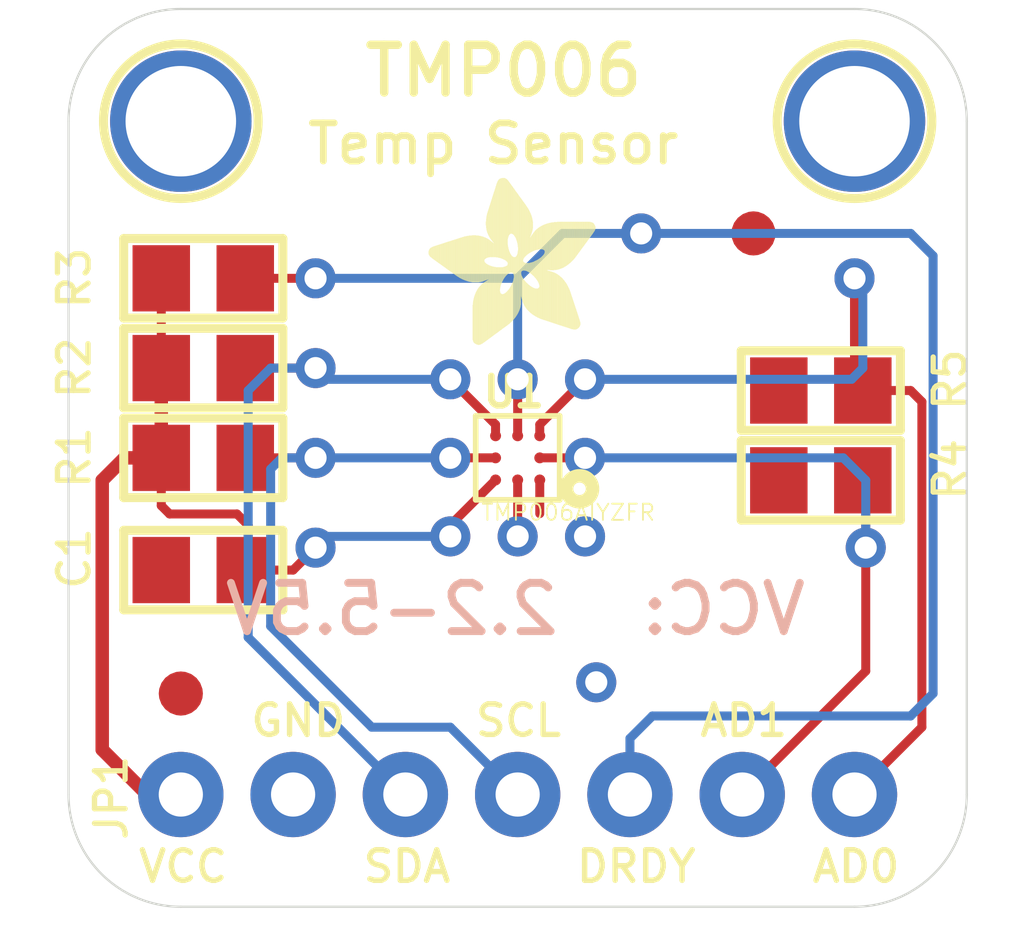
<source format=kicad_pcb>
(kicad_pcb (version 20211014) (generator pcbnew)
  (layers (0 "F.Cu" signal) (31 "B.Cu" signal) (34 "B.Paste" user) (35 "F.Paste" user) (36 "B.SilkS" user "B.Silkscreen") (37 "F.SilkS" user "F.Silkscreen") (38 "B.Mask" user) (39 "F.Mask" user) (44 "Edge.Cuts" user))
  (net 0 "")
  (net 1 "VCC")
  (net 2 "SCL")
  (net 3 "SDA")
  (net 4 "DRDY")
  (net 5 "ADDR0")
  (net 6 "ADDR1")
  (net 7 "GND")
  (footprint "boardEagle:0805" (layer "F.Cu") (at 155.3591 105.5116)
    (fp_text reference "R4" (at 2.921 0.508 90) (layer "F.SilkS") (effects (font (size 0.692831 0.692831) (thickness 0.119969)) (justify left)))
    (fp_text value "10K")
    (pad "1" smd rect (at -0.95 0) (size 1.3 1.5) (layers "F.Cu" "F.Paste" "F.Mask") (net 7 "GND"))
    (pad "2" smd rect (at 0.95 0) (size 1.3 1.5) (layers "F.Cu" "F.Paste" "F.Mask") (net 6 "ADDR1"))
  )
  (footprint "boardEagle:WCSP-8" (layer "F.Cu") (at 148.5011 105.0036)
    (fp_text reference "U1" (at -0.85 -1.1) (layer "F.SilkS") (effects (font (size 0.666496 0.666496) (thickness 0.146304)) (justify left bottom)))
    (fp_text value "TMP006AIYZFR" (at -0.85 1.45) (layer "F.SilkS") (effects (font (size 0.36576 0.36576) (thickness 0.04064)) (justify left bottom)))
    (pad "A1" smd roundrect (at 0.5 0.5) (size 0.25 0.25) (layers "F.Cu" "F.Paste" "F.Mask") (roundrect_rratio 0.5) (net 7 "GND"))
    (pad "A2" smd roundrect (at 0 0.5) (size 0.25 0.25) (layers "F.Cu" "F.Paste" "F.Mask") (roundrect_rratio 0.5) (net 7 "GND"))
    (pad "A3" smd roundrect (at -0.5 0.5) (size 0.25 0.25) (layers "F.Cu" "F.Paste" "F.Mask") (roundrect_rratio 0.5) (net 1 "VCC"))
    (pad "B1" smd roundrect (at 0.5 0) (size 0.25 0.25) (layers "F.Cu" "F.Paste" "F.Mask") (roundrect_rratio 0.5) (net 6 "ADDR1"))
    (pad "B3" smd roundrect (at -0.5 0) (size 0.25 0.25) (layers "F.Cu" "F.Paste" "F.Mask") (roundrect_rratio 0.5) (net 2 "SCL"))
    (pad "C1" smd roundrect (at 0.5 -0.5) (size 0.25 0.25) (layers "F.Cu" "F.Paste" "F.Mask") (roundrect_rratio 0.5) (net 5 "ADDR0"))
    (pad "C2" smd roundrect (at 0 -0.5) (size 0.25 0.25) (layers "F.Cu" "F.Paste" "F.Mask") (roundrect_rratio 0.5) (net 4 "DRDY"))
    (pad "C3" smd roundrect (at -0.5 -0.5) (size 0.25 0.25) (layers "F.Cu" "F.Paste" "F.Mask") (roundrect_rratio 0.5) (net 3 "SDA"))
  )
  (footprint "boardEagle:MOUNTINGHOLE_2.5_PLATED" (layer "F.Cu") (at 156.1211 97.3836)
    (fp_text reference "U$6" hide)
    (fp_text value "MOUNTINGHOLE2.5" hide)
    (pad "P$1" thru_hole circle (at 0 0) (size 3.2 3.2) (drill 2.5) (layers *.Cu *.Mask))
  )
  (footprint "boardEagle:1X07_ROUND_76" (layer "F.Cu") (at 148.5011 112.6236)
    (fp_text reference "JP1" (at -9.1948 1.0922 90) (layer "F.SilkS") (effects (font (size 0.692831 0.692831) (thickness 0.119969)) (justify left)))
    (fp_text value "")
    (pad "1" thru_hole circle (at -7.62 0 90) (size 1.9304 1.9304) (drill 1) (layers *.Cu *.Mask) (net 1 "VCC"))
    (pad "2" thru_hole circle (at -5.08 0 90) (size 1.9304 1.9304) (drill 1) (layers *.Cu *.Mask) (net 7 "GND"))
    (pad "3" thru_hole circle (at -2.54 0 90) (size 1.9304 1.9304) (drill 1) (layers *.Cu *.Mask) (net 3 "SDA"))
    (pad "4" thru_hole circle (at 0 0 90) (size 1.9304 1.9304) (drill 1) (layers *.Cu *.Mask) (net 2 "SCL"))
    (pad "5" thru_hole circle (at 2.54 0 90) (size 1.9304 1.9304) (drill 1) (layers *.Cu *.Mask) (net 4 "DRDY"))
    (pad "6" thru_hole circle (at 5.08 0 90) (size 1.9304 1.9304) (drill 1) (layers *.Cu *.Mask) (net 6 "ADDR1"))
    (pad "7" thru_hole circle (at 7.62 0 90) (size 1.9304 1.9304) (drill 1) (layers *.Cu *.Mask) (net 5 "ADDR0"))
  )
  (footprint "boardEagle:0805" (layer "F.Cu") (at 155.3591 103.4796)
    (fp_text reference "R5" (at 2.921 0.508 90) (layer "F.SilkS") (effects (font (size 0.692831 0.692831) (thickness 0.119969)) (justify left)))
    (fp_text value "10K")
    (pad "1" smd rect (at -0.95 0) (size 1.3 1.5) (layers "F.Cu" "F.Paste" "F.Mask") (net 7 "GND"))
    (pad "2" smd rect (at 0.95 0) (size 1.3 1.5) (layers "F.Cu" "F.Paste" "F.Mask") (net 5 "ADDR0"))
  )
  (footprint "boardEagle:0805" (layer "F.Cu") (at 141.3891 102.9716 180)
    (fp_text reference "R2" (at 2.921 0.762 90) (layer "F.SilkS") (effects (font (size 0.692831 0.692831) (thickness 0.119969)) (justify right)))
    (fp_text value "10K")
    (pad "1" smd rect (at -0.95 0 180) (size 1.3 1.5) (layers "F.Cu" "F.Paste" "F.Mask") (net 3 "SDA"))
    (pad "2" smd rect (at 0.95 0 180) (size 1.3 1.5) (layers "F.Cu" "F.Paste" "F.Mask") (net 1 "VCC"))
  )
  (footprint "boardEagle:0805" (layer "F.Cu") (at 141.3891 107.5436 180)
    (fp_text reference "C1" (at 2.921 1.016 90) (layer "F.SilkS") (effects (font (size 0.692831 0.692831) (thickness 0.119969)) (justify right)))
    (fp_text value "10uF")
    (pad "1" smd rect (at -0.95 0 180) (size 1.3 1.5) (layers "F.Cu" "F.Paste" "F.Mask") (net 1 "VCC"))
    (pad "2" smd rect (at 0.95 0 180) (size 1.3 1.5) (layers "F.Cu" "F.Paste" "F.Mask") (net 7 "GND"))
  )
  (footprint "boardEagle:0805" (layer "F.Cu") (at 141.3891 100.9396 180)
    (fp_text reference "R3" (at 2.921 0.762 90) (layer "F.SilkS") (effects (font (size 0.692831 0.692831) (thickness 0.119969)) (justify right)))
    (fp_text value "10K")
    (pad "1" smd rect (at -0.95 0 180) (size 1.3 1.5) (layers "F.Cu" "F.Paste" "F.Mask") (net 4 "DRDY"))
    (pad "2" smd rect (at 0.95 0 180) (size 1.3 1.5) (layers "F.Cu" "F.Paste" "F.Mask") (net 1 "VCC"))
  )
  (footprint "boardEagle:FIDUCIAL_1MM" (layer "F.Cu") (at 140.8811 110.3376)
    (fp_text reference "FID1" hide)
    (fp_text value "FIDUCIAL\"\"" hide)
    (pad "1" smd roundrect (at 0 0) (size 1 1) (layers "F.Cu") (roundrect_rratio 0.5))
  )
  (footprint "boardEagle:ADAFRUIT_3.5MM" (layer "F.Cu") (at 150.2791 102.4636 90)
    (fp_text reference "U$9" hide)
    (fp_text value "" hide)
  )
  (footprint "boardEagle:MOUNTINGHOLE_2.5_PLATED" (layer "F.Cu") (at 140.8811 97.3836)
    (fp_text reference "U$7" hide)
    (fp_text value "MOUNTINGHOLE2.5" hide)
    (pad "P$1" thru_hole circle (at 0 0) (size 3.2 3.2) (drill 2.5) (layers *.Cu *.Mask))
  )
  (footprint "boardEagle:FIDUCIAL_1MM" (layer "F.Cu") (at 153.8351 99.9236)
    (fp_text reference "FID2" hide)
    (fp_text value "FIDUCIAL\"\"" hide)
    (pad "1" smd roundrect (at 0 0) (size 1 1) (layers "F.Cu") (roundrect_rratio 0.5))
  )
  (footprint "boardEagle:0805" (layer "F.Cu") (at 141.3891 105.0036 180)
    (fp_text reference "R1" (at 2.921 0.762 90) (layer "F.SilkS") (effects (font (size 0.692831 0.692831) (thickness 0.119969)) (justify right)))
    (fp_text value "10K")
    (pad "1" smd rect (at -0.95 0 180) (size 1.3 1.5) (layers "F.Cu" "F.Paste" "F.Mask") (net 2 "SCL"))
    (pad "2" smd rect (at 0.95 0 180) (size 1.3 1.5) (layers "F.Cu" "F.Paste" "F.Mask") (net 1 "VCC"))
  )
  (gr_line (start 140.8811 94.8436) (end 156.1211 94.8436) (layer "Edge.Cuts") (width 0.05))
  (gr_line (start 156.1211 115.1636) (end 140.8811 115.1636) (layer "Edge.Cuts") (width 0.05))
  (gr_arc (start 158.6611 112.6236) (mid 157.917151 114.419651) (end 156.1211 115.1636) (layer "Edge.Cuts") (width 0.05))
  (gr_arc (start 156.1211 94.8436) (mid 157.917151 95.587549) (end 158.6611 97.3836) (layer "Edge.Cuts") (width 0.05))
  (gr_arc (start 138.3411 97.3836) (mid 139.085049 95.587549) (end 140.8811 94.8436) (layer "Edge.Cuts") (width 0.05))
  (gr_line (start 158.6611 97.3836) (end 158.6611 112.6236) (layer "Edge.Cuts") (width 0.05))
  (gr_arc (start 140.8811 115.1636) (mid 139.085049 114.419651) (end 138.3411 112.6236) (layer "Edge.Cuts") (width 0.05))
  (gr_line (start 138.3411 112.6236) (end 138.3411 97.3836) (layer "Edge.Cuts") (width 0.05))
  (gr_text "VCC:" (at 155.1051 109.0676) (layer "B.SilkS") (effects (font (size 1.0922 1.0922) (thickness 0.1778)) (justify left bottom mirror)))
  (gr_text "2.2-5.5V" (at 149.5171 109.0676) (layer "B.SilkS") (effects (font (size 1.0922 1.0922) (thickness 0.1778)) (justify left bottom mirror)))
  (gr_text "VCC" (at 139.8651 114.6556) (layer "F.SilkS") (effects (font (size 0.69088 0.69088) (thickness 0.12192)) (justify left bottom)))
  (gr_text "AD0" (at 155.1051 114.6556) (layer "F.SilkS") (effects (font (size 0.69088 0.69088) (thickness 0.12192)) (justify left bottom)))
  (gr_text "GND" (at 142.4051 111.3536) (layer "F.SilkS") (effects (font (size 0.69088 0.69088) (thickness 0.12192)) (justify left bottom)))
  (gr_text "DRDY" (at 149.7711 114.6556) (layer "F.SilkS") (effects (font (size 0.69088 0.69088) (thickness 0.12192)) (justify left bottom)))
  (gr_text "Temp Sensor" (at 143.6751 98.3996) (layer "F.SilkS") (effects (font (size 0.8636 0.8636) (thickness 0.1524)) (justify left bottom)))
  (gr_text "SDA" (at 144.9451 114.6556) (layer "F.SilkS") (effects (font (size 0.69088 0.69088) (thickness 0.12192)) (justify left bottom)))
  (gr_text "AD1" (at 152.5651 111.3536) (layer "F.SilkS") (effects (font (size 0.69088 0.69088) (thickness 0.12192)) (justify left bottom)))
  (gr_text "SCL" (at 147.4851 111.3536) (layer "F.SilkS") (effects (font (size 0.69088 0.69088) (thickness 0.12192)) (justify left bottom)))
  (gr_text "TMP006" (at 144.9451 96.8756) (layer "F.SilkS") (effects (font (size 1.0795 1.0795) (thickness 0.1905)) (justify left bottom)))
  (segment (start 142.3391 107.5436) (end 143.4211 107.5436) (width 0.2032) (layer "F.Cu") (net 1))
  (segment (start 148.0011 105.5036) (end 146.9771 106.5276) (width 0.2032) (layer "F.Cu") (net 1))
  (segment (start 139.6111 105.0036) (end 140.4391 105.0036) (width 0.3048) (layer "F.Cu") (net 1))
  (segment (start 140.1191 112.6236) (end 139.1031 111.6076) (width 0.3048) (layer "F.Cu") (net 1))
  (segment (start 140.4391 102.9716) (end 140.4391 105.0036) (width 0.3048) (layer "F.Cu") (net 1))
  (segment (start 139.1031 105.5116) (end 139.6111 105.0036) (width 0.3048) (layer "F.Cu") (net 1))
  (segment (start 142.4051 107.4776) (end 142.3391 107.5436) (width 0.2032) (layer "F.Cu") (net 1))
  (segment (start 142.1511 106.2736) (end 142.4051 106.5276) (width 0.2032) (layer "F.Cu") (net 1))
  (segment (start 140.4391 106.0856) (end 140.6271 106.2736) (width 0.2032) (layer "F.Cu") (net 1))
  (segment (start 140.4391 100.9396) (end 140.4391 102.9716) (width 0.2032) (layer "F.Cu") (net 1))
  (segment (start 146.9771 106.5276) (end 146.9771 106.7816) (width 0.2032) (layer "F.Cu") (net 1))
  (segment (start 140.4391 105.0036) (end 140.4391 106.0856) (width 0.2032) (layer "F.Cu") (net 1))
  (segment (start 139.1031 111.6076) (end 139.1031 105.5116) (width 0.3048) (layer "F.Cu") (net 1))
  (segment (start 140.6271 106.2736) (end 142.1511 106.2736) (width 0.2032) (layer "F.Cu") (net 1))
  (segment (start 143.4211 107.5436) (end 143.9291 107.0356) (width 0.2032) (layer "F.Cu") (net 1))
  (segment (start 142.4051 106.5276) (end 142.4051 107.4776) (width 0.2032) (layer "F.Cu") (net 1))
  (segment (start 140.1191 112.6236) (end 140.8811 112.6236) (width 0.3048) (layer "F.Cu") (net 1))
  (via (at 143.9291 107.0356) (size 0.9064) (drill 0.5) (layers "F.Cu" "B.Cu") (net 1))
  (via (at 146.9771 106.7816) (size 0.9064) (drill 0.5) (layers "F.Cu" "B.Cu") (net 1))
  (segment (start 146.9771 106.7816) (end 144.1831 106.7816) (width 0.2032) (layer "B.Cu") (net 1))
  (segment (start 144.1831 106.7816) (end 143.9291 107.0356) (width 0.2032) (layer "B.Cu") (net 1))
  (segment (start 142.3391 105.0036) (end 143.9291 105.0036) (width 0.2032) (layer "F.Cu") (net 2))
  (segment (start 148.0011 105.0036) (end 146.9771 105.0036) (width 0.2032) (layer "F.Cu") (net 2))
  (via (at 146.9771 105.0036) (size 0.9064) (drill 0.5) (layers "F.Cu" "B.Cu") (net 2))
  (via (at 143.9291 105.0036) (size 0.9064) (drill 0.5) (layers "F.Cu" "B.Cu") (net 2))
  (segment (start 146.9771 105.0036) (end 143.9291 105.0036) (width 0.2032) (layer "B.Cu") (net 2))
  (segment (start 142.9131 105.2576) (end 142.9131 108.8136) (width 0.2032) (layer "B.Cu") (net 2))
  (segment (start 143.9291 105.0036) (end 143.1671 105.0036) (width 0.2032) (layer "B.Cu") (net 2))
  (segment (start 142.9131 108.8136) (end 145.1991 111.0996) (width 0.2032) (layer "B.Cu") (net 2))
  (segment (start 143.1671 105.0036) (end 142.9131 105.2576) (width 0.2032) (layer "B.Cu") (net 2))
  (segment (start 146.9771 111.0996) (end 148.5011 112.6236) (width 0.2032) (layer "B.Cu") (net 2))
  (segment (start 145.1991 111.0996) (end 146.9771 111.0996) (width 0.2032) (layer "B.Cu") (net 2))
  (segment (start 142.3391 102.9716) (end 143.9291 102.9716) (width 0.2032) (layer "F.Cu") (net 3))
  (segment (start 148.0011 104.5036) (end 148.0011 104.2496) (width 0.2032) (layer "F.Cu") (net 3))
  (segment (start 148.0011 104.2496) (end 146.9771 103.2256) (width 0.2032) (layer "F.Cu") (net 3))
  (via (at 146.9771 103.2256) (size 0.9064) (drill 0.5) (layers "F.Cu" "B.Cu") (net 3))
  (via (at 143.9291 102.9716) (size 0.9064) (drill 0.5) (layers "F.Cu" "B.Cu") (net 3))
  (segment (start 146.9771 103.2256) (end 144.1831 103.2256) (width 0.2032) (layer "B.Cu") (net 3))
  (segment (start 142.4051 109.0676) (end 145.9611 112.6236) (width 0.2032) (layer "B.Cu") (net 3))
  (segment (start 143.9291 102.9716) (end 142.9131 102.9716) (width 0.2032) (layer "B.Cu") (net 3))
  (segment (start 144.1831 103.2256) (end 143.9291 102.9716) (width 0.2032) (layer "B.Cu") (net 3))
  (segment (start 142.9131 102.9716) (end 142.4051 103.4796) (width 0.2032) (layer "B.Cu") (net 3))
  (segment (start 142.4051 103.4796) (end 142.4051 109.0676) (width 0.2032) (layer "B.Cu") (net 3))
  (segment (start 142.3391 100.9396) (end 143.9291 100.9396) (width 0.2032) (layer "F.Cu") (net 4))
  (segment (start 148.5011 104.5036) (end 148.5011 103.2256) (width 0.2032) (layer "F.Cu") (net 4))
  (via (at 151.2951 99.9236) (size 0.9064) (drill 0.5) (layers "F.Cu" "B.Cu") (net 4))
  (via (at 148.5011 103.2256) (size 0.9064) (drill 0.5) (layers "F.Cu" "B.Cu") (net 4))
  (via (at 143.9291 100.9396) (size 0.9064) (drill 0.5) (layers "F.Cu" "B.Cu") (net 4))
  (segment (start 148.5011 103.2256) (end 148.5011 100.9396) (width 0.2032) (layer "B.Cu") (net 4))
  (segment (start 157.3911 110.8456) (end 151.5491 110.8456) (width 0.2032) (layer "B.Cu") (net 4))
  (segment (start 157.3911 99.9236) (end 157.8991 100.4316) (width 0.2032) (layer "B.Cu") (net 4))
  (segment (start 148.5011 100.9396) (end 149.5171 99.9236) (width 0.2032) (layer "B.Cu") (net 4))
  (segment (start 157.8991 110.3376) (end 157.3911 110.8456) (width 0.2032) (layer "B.Cu") (net 4))
  (segment (start 151.5491 110.8456) (end 151.0411 111.3536) (width 0.2032) (layer "B.Cu") (net 4))
  (segment (start 143.9291 100.9396) (end 148.5011 100.9396) (width 0.2032) (layer "B.Cu") (net 4))
  (segment (start 151.2951 99.9236) (end 157.3911 99.9236) (width 0.2032) (layer "B.Cu") (net 4))
  (segment (start 149.5171 99.9236) (end 151.2951 99.9236) (width 0.2032) (layer "B.Cu") (net 4))
  (segment (start 157.8991 100.4316) (end 157.8991 110.3376) (width 0.2032) (layer "B.Cu") (net 4))
  (segment (start 151.0411 111.3536) (end 151.0411 112.6236) (width 0.2032) (layer "B.Cu") (net 4))
  (segment (start 156.1211 100.9396) (end 156.1211 103.2916) (width 0.2032) (layer "F.Cu") (net 5))
  (segment (start 156.1211 103.2916) (end 156.3091 103.4796) (width 0.2032) (layer "F.Cu") (net 5))
  (segment (start 157.3911 103.4796) (end 156.3091 103.4796) (width 0.2032) (layer "F.Cu") (net 5))
  (segment (start 157.6451 111.0996) (end 157.6451 103.7336) (width 0.2032) (layer "F.Cu") (net 5))
  (segment (start 157.6451 103.7336) (end 157.3911 103.4796) (width 0.2032) (layer "F.Cu") (net 5))
  (segment (start 149.0011 104.2496) (end 150.0251 103.2256) (width 0.2032) (layer "F.Cu") (net 5))
  (segment (start 149.0011 104.5036) (end 149.0011 104.2496) (width 0.2032) (layer "F.Cu") (net 5))
  (segment (start 156.1211 112.6236) (end 157.6451 111.0996) (width 0.2032) (layer "F.Cu") (net 5))
  (via (at 156.1211 100.9396) (size 0.9064) (drill 0.5) (layers "F.Cu" "B.Cu") (net 5))
  (via (at 150.0251 103.2256) (size 0.9064) (drill 0.5) (layers "F.Cu" "B.Cu") (net 5))
  (segment (start 156.3091 101.1276) (end 156.1211 100.9396) (width 0.2032) (layer "B.Cu") (net 5))
  (segment (start 156.0551 103.2256) (end 156.3091 102.9716) (width 0.2032) (layer "B.Cu") (net 5))
  (segment (start 156.3091 102.9716) (end 156.3091 101.1276) (width 0.2032) (layer "B.Cu") (net 5))
  (segment (start 150.0251 103.2256) (end 156.0551 103.2256) (width 0.2032) (layer "B.Cu") (net 5))
  (segment (start 156.3751 107.0356) (end 156.3751 109.8296) (width 0.2032) (layer "F.Cu") (net 6))
  (segment (start 149.0011 105.0036) (end 150.0251 105.0036) (width 0.2032) (layer "F.Cu") (net 6))
  (segment (start 156.3751 107.0356) (end 156.3751 105.5776) (width 0.2032) (layer "F.Cu") (net 6))
  (segment (start 156.3751 109.8296) (end 153.5811 112.6236) (width 0.2032) (layer "F.Cu") (net 6))
  (segment (start 156.3751 105.5776) (end 156.3091 105.5116) (width 0.2032) (layer "F.Cu") (net 6))
  (via (at 156.3751 107.0356) (size 0.9064) (drill 0.5) (layers "F.Cu" "B.Cu") (net 6))
  (via (at 150.0251 105.0036) (size 0.9064) (drill 0.5) (layers "F.Cu" "B.Cu") (net 6))
  (segment (start 150.0251 105.0036) (end 155.8671 105.0036) (width 0.2032) (layer "B.Cu") (net 6))
  (segment (start 155.8671 105.0036) (end 156.3751 105.5116) (width 0.2032) (layer "B.Cu") (net 6))
  (segment (start 156.3751 105.5116) (end 156.3751 107.0356) (width 0.2032) (layer "B.Cu") (net 6))
  (segment (start 149.0011 105.5036) (end 149.0011 106.2656) (width 0.2032) (layer "F.Cu") (net 7))
  (segment (start 148.5011 105.5036) (end 148.5011 106.7816) (width 0.2032) (layer "F.Cu") (net 7))
  (via (at 148.5011 106.7816) (size 0.9064) (drill 0.5) (layers "F.Cu" "B.Cu") (net 7))
  (via (at 150.2791 110.0836) (size 0.9064) (drill 0.5) (layers "F.Cu" "B.Cu") (net 7))
  (via (at 150.0251 106.7816) (size 0.9064) (drill 0.5) (layers "F.Cu" "B.Cu") (net 7))
  (segment (start 148.5011 106.7816) (end 148.5011 107.0356) (width 0.2032) (layer "B.Cu") (net 7))
)
</source>
